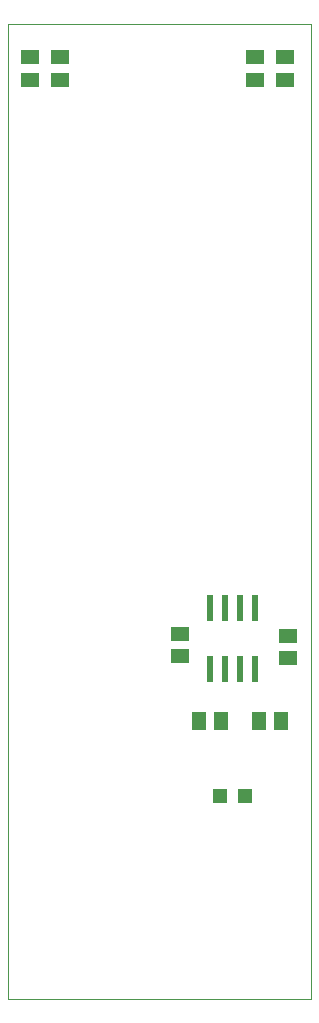
<source format=gtp>
G75*
%MOIN*%
%OFA0B0*%
%FSLAX25Y25*%
%IPPOS*%
%LPD*%
%AMOC8*
5,1,8,0,0,1.08239X$1,22.5*
%
%ADD10C,0.00000*%
%ADD11R,0.05906X0.05118*%
%ADD12R,0.02362X0.08661*%
%ADD13R,0.04724X0.04724*%
%ADD14R,0.05118X0.05906*%
D10*
X0001000Y0001000D02*
X0001000Y0325961D01*
X0102201Y0325961D01*
X0102201Y0001000D01*
X0001000Y0001000D01*
D11*
X0058629Y0115140D03*
X0058629Y0122620D03*
X0094538Y0121860D03*
X0094538Y0114380D03*
X0093500Y0307260D03*
X0093500Y0314740D03*
X0083500Y0314740D03*
X0083500Y0307260D03*
X0018500Y0307260D03*
X0018500Y0314740D03*
X0008500Y0314740D03*
X0008500Y0307260D03*
D12*
X0068500Y0131236D03*
X0073500Y0131236D03*
X0078500Y0131236D03*
X0083500Y0131236D03*
X0083500Y0110764D03*
X0078500Y0110764D03*
X0073500Y0110764D03*
X0068500Y0110764D03*
D13*
X0071866Y0068500D03*
X0080134Y0068500D03*
D14*
X0084760Y0093500D03*
X0092240Y0093500D03*
X0072240Y0093500D03*
X0064760Y0093500D03*
M02*

</source>
